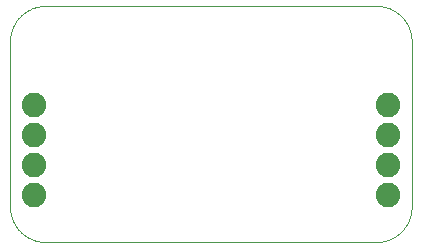
<source format=gbs>
G75*
%MOIN*%
%OFA0B0*%
%FSLAX25Y25*%
%IPPOS*%
%LPD*%
%AMOC8*
5,1,8,0,0,1.08239X$1,22.5*
%
%ADD10C,0.00000*%
%ADD11C,0.08200*%
D10*
X0013997Y0001000D02*
X0124233Y0001000D01*
X0124518Y0001003D01*
X0124804Y0001014D01*
X0125089Y0001031D01*
X0125373Y0001055D01*
X0125657Y0001086D01*
X0125940Y0001124D01*
X0126221Y0001169D01*
X0126502Y0001220D01*
X0126782Y0001278D01*
X0127060Y0001343D01*
X0127336Y0001415D01*
X0127610Y0001493D01*
X0127883Y0001578D01*
X0128153Y0001670D01*
X0128421Y0001768D01*
X0128687Y0001872D01*
X0128950Y0001983D01*
X0129210Y0002100D01*
X0129468Y0002223D01*
X0129722Y0002353D01*
X0129973Y0002489D01*
X0130221Y0002630D01*
X0130465Y0002778D01*
X0130706Y0002931D01*
X0130942Y0003091D01*
X0131175Y0003256D01*
X0131404Y0003426D01*
X0131629Y0003602D01*
X0131849Y0003784D01*
X0132065Y0003970D01*
X0132276Y0004162D01*
X0132483Y0004359D01*
X0132685Y0004561D01*
X0132882Y0004768D01*
X0133074Y0004979D01*
X0133260Y0005195D01*
X0133442Y0005415D01*
X0133618Y0005640D01*
X0133788Y0005869D01*
X0133953Y0006102D01*
X0134113Y0006338D01*
X0134266Y0006579D01*
X0134414Y0006823D01*
X0134555Y0007071D01*
X0134691Y0007322D01*
X0134821Y0007576D01*
X0134944Y0007834D01*
X0135061Y0008094D01*
X0135172Y0008357D01*
X0135276Y0008623D01*
X0135374Y0008891D01*
X0135466Y0009161D01*
X0135551Y0009434D01*
X0135629Y0009708D01*
X0135701Y0009984D01*
X0135766Y0010262D01*
X0135824Y0010542D01*
X0135875Y0010823D01*
X0135920Y0011104D01*
X0135958Y0011387D01*
X0135989Y0011671D01*
X0136013Y0011955D01*
X0136030Y0012240D01*
X0136041Y0012526D01*
X0136044Y0012811D01*
X0136044Y0067929D01*
X0136041Y0068214D01*
X0136030Y0068500D01*
X0136013Y0068785D01*
X0135989Y0069069D01*
X0135958Y0069353D01*
X0135920Y0069636D01*
X0135875Y0069917D01*
X0135824Y0070198D01*
X0135766Y0070478D01*
X0135701Y0070756D01*
X0135629Y0071032D01*
X0135551Y0071306D01*
X0135466Y0071579D01*
X0135374Y0071849D01*
X0135276Y0072117D01*
X0135172Y0072383D01*
X0135061Y0072646D01*
X0134944Y0072906D01*
X0134821Y0073164D01*
X0134691Y0073418D01*
X0134555Y0073669D01*
X0134414Y0073917D01*
X0134266Y0074161D01*
X0134113Y0074402D01*
X0133953Y0074638D01*
X0133788Y0074871D01*
X0133618Y0075100D01*
X0133442Y0075325D01*
X0133260Y0075545D01*
X0133074Y0075761D01*
X0132882Y0075972D01*
X0132685Y0076179D01*
X0132483Y0076381D01*
X0132276Y0076578D01*
X0132065Y0076770D01*
X0131849Y0076956D01*
X0131629Y0077138D01*
X0131404Y0077314D01*
X0131175Y0077484D01*
X0130942Y0077649D01*
X0130706Y0077809D01*
X0130465Y0077962D01*
X0130221Y0078110D01*
X0129973Y0078251D01*
X0129722Y0078387D01*
X0129468Y0078517D01*
X0129210Y0078640D01*
X0128950Y0078757D01*
X0128687Y0078868D01*
X0128421Y0078972D01*
X0128153Y0079070D01*
X0127883Y0079162D01*
X0127610Y0079247D01*
X0127336Y0079325D01*
X0127060Y0079397D01*
X0126782Y0079462D01*
X0126502Y0079520D01*
X0126221Y0079571D01*
X0125940Y0079616D01*
X0125657Y0079654D01*
X0125373Y0079685D01*
X0125089Y0079709D01*
X0124804Y0079726D01*
X0124518Y0079737D01*
X0124233Y0079740D01*
X0013997Y0079740D01*
X0013712Y0079737D01*
X0013426Y0079726D01*
X0013141Y0079709D01*
X0012857Y0079685D01*
X0012573Y0079654D01*
X0012290Y0079616D01*
X0012009Y0079571D01*
X0011728Y0079520D01*
X0011448Y0079462D01*
X0011170Y0079397D01*
X0010894Y0079325D01*
X0010620Y0079247D01*
X0010347Y0079162D01*
X0010077Y0079070D01*
X0009809Y0078972D01*
X0009543Y0078868D01*
X0009280Y0078757D01*
X0009020Y0078640D01*
X0008762Y0078517D01*
X0008508Y0078387D01*
X0008257Y0078251D01*
X0008009Y0078110D01*
X0007765Y0077962D01*
X0007524Y0077809D01*
X0007288Y0077649D01*
X0007055Y0077484D01*
X0006826Y0077314D01*
X0006601Y0077138D01*
X0006381Y0076956D01*
X0006165Y0076770D01*
X0005954Y0076578D01*
X0005747Y0076381D01*
X0005545Y0076179D01*
X0005348Y0075972D01*
X0005156Y0075761D01*
X0004970Y0075545D01*
X0004788Y0075325D01*
X0004612Y0075100D01*
X0004442Y0074871D01*
X0004277Y0074638D01*
X0004117Y0074402D01*
X0003964Y0074161D01*
X0003816Y0073917D01*
X0003675Y0073669D01*
X0003539Y0073418D01*
X0003409Y0073164D01*
X0003286Y0072906D01*
X0003169Y0072646D01*
X0003058Y0072383D01*
X0002954Y0072117D01*
X0002856Y0071849D01*
X0002764Y0071579D01*
X0002679Y0071306D01*
X0002601Y0071032D01*
X0002529Y0070756D01*
X0002464Y0070478D01*
X0002406Y0070198D01*
X0002355Y0069917D01*
X0002310Y0069636D01*
X0002272Y0069353D01*
X0002241Y0069069D01*
X0002217Y0068785D01*
X0002200Y0068500D01*
X0002189Y0068214D01*
X0002186Y0067929D01*
X0002186Y0012811D01*
X0002189Y0012526D01*
X0002200Y0012240D01*
X0002217Y0011955D01*
X0002241Y0011671D01*
X0002272Y0011387D01*
X0002310Y0011104D01*
X0002355Y0010823D01*
X0002406Y0010542D01*
X0002464Y0010262D01*
X0002529Y0009984D01*
X0002601Y0009708D01*
X0002679Y0009434D01*
X0002764Y0009161D01*
X0002856Y0008891D01*
X0002954Y0008623D01*
X0003058Y0008357D01*
X0003169Y0008094D01*
X0003286Y0007834D01*
X0003409Y0007576D01*
X0003539Y0007322D01*
X0003675Y0007071D01*
X0003816Y0006823D01*
X0003964Y0006579D01*
X0004117Y0006338D01*
X0004277Y0006102D01*
X0004442Y0005869D01*
X0004612Y0005640D01*
X0004788Y0005415D01*
X0004970Y0005195D01*
X0005156Y0004979D01*
X0005348Y0004768D01*
X0005545Y0004561D01*
X0005747Y0004359D01*
X0005954Y0004162D01*
X0006165Y0003970D01*
X0006381Y0003784D01*
X0006601Y0003602D01*
X0006826Y0003426D01*
X0007055Y0003256D01*
X0007288Y0003091D01*
X0007524Y0002931D01*
X0007765Y0002778D01*
X0008009Y0002630D01*
X0008257Y0002489D01*
X0008508Y0002353D01*
X0008762Y0002223D01*
X0009020Y0002100D01*
X0009280Y0001983D01*
X0009543Y0001872D01*
X0009809Y0001768D01*
X0010077Y0001670D01*
X0010347Y0001578D01*
X0010620Y0001493D01*
X0010894Y0001415D01*
X0011170Y0001343D01*
X0011448Y0001278D01*
X0011728Y0001220D01*
X0012009Y0001169D01*
X0012290Y0001124D01*
X0012573Y0001086D01*
X0012857Y0001055D01*
X0013141Y0001031D01*
X0013426Y0001014D01*
X0013712Y0001003D01*
X0013997Y0001000D01*
D11*
X0010060Y0016748D03*
X0010060Y0026748D03*
X0010060Y0036748D03*
X0010060Y0046748D03*
X0128170Y0046748D03*
X0128170Y0036748D03*
X0128170Y0026748D03*
X0128170Y0016748D03*
M02*

</source>
